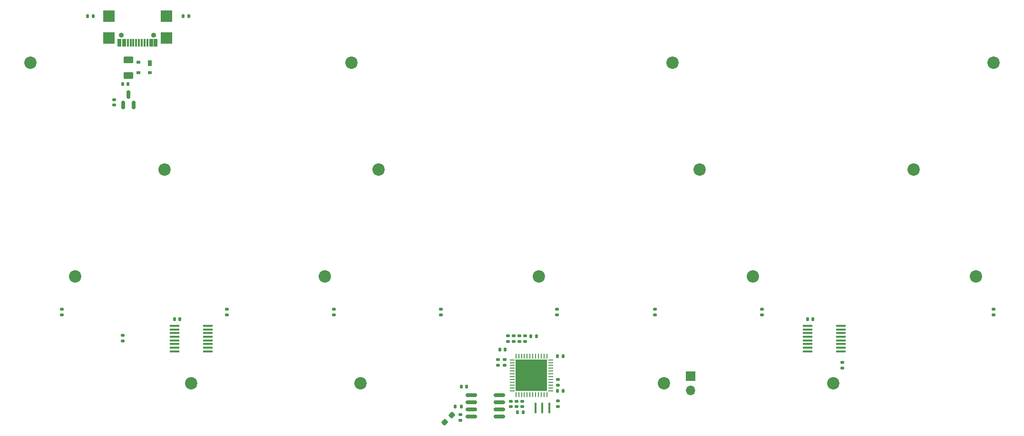
<source format=gbr>
%TF.GenerationSoftware,KiCad,Pcbnew,(7.0.0)*%
%TF.CreationDate,2023-02-16T23:07:07+01:00*%
%TF.ProjectId,travaulta simplified,74726176-6175-46c7-9461-2073696d706c,rev?*%
%TF.SameCoordinates,Original*%
%TF.FileFunction,Soldermask,Bot*%
%TF.FilePolarity,Negative*%
%FSLAX46Y46*%
G04 Gerber Fmt 4.6, Leading zero omitted, Abs format (unit mm)*
G04 Created by KiCad (PCBNEW (7.0.0)) date 2023-02-16 23:07:07*
%MOMM*%
%LPD*%
G01*
G04 APERTURE LIST*
G04 Aperture macros list*
%AMRoundRect*
0 Rectangle with rounded corners*
0 $1 Rounding radius*
0 $2 $3 $4 $5 $6 $7 $8 $9 X,Y pos of 4 corners*
0 Add a 4 corners polygon primitive as box body*
4,1,4,$2,$3,$4,$5,$6,$7,$8,$9,$2,$3,0*
0 Add four circle primitives for the rounded corners*
1,1,$1+$1,$2,$3*
1,1,$1+$1,$4,$5*
1,1,$1+$1,$6,$7*
1,1,$1+$1,$8,$9*
0 Add four rect primitives between the rounded corners*
20,1,$1+$1,$2,$3,$4,$5,0*
20,1,$1+$1,$4,$5,$6,$7,0*
20,1,$1+$1,$6,$7,$8,$9,0*
20,1,$1+$1,$8,$9,$2,$3,0*%
G04 Aperture macros list end*
%ADD10C,2.200000*%
%ADD11R,0.400000X1.900000*%
%ADD12RoundRect,0.140000X0.140000X0.170000X-0.140000X0.170000X-0.140000X-0.170000X0.140000X-0.170000X0*%
%ADD13RoundRect,0.140000X-0.140000X-0.170000X0.140000X-0.170000X0.140000X0.170000X-0.140000X0.170000X0*%
%ADD14RoundRect,0.140000X-0.170000X0.140000X-0.170000X-0.140000X0.170000X-0.140000X0.170000X0.140000X0*%
%ADD15RoundRect,0.150000X-0.825000X-0.150000X0.825000X-0.150000X0.825000X0.150000X-0.825000X0.150000X0*%
%ADD16RoundRect,0.135000X-0.185000X0.135000X-0.185000X-0.135000X0.185000X-0.135000X0.185000X0.135000X0*%
%ADD17RoundRect,0.135000X0.185000X-0.135000X0.185000X0.135000X-0.185000X0.135000X-0.185000X-0.135000X0*%
%ADD18RoundRect,0.135000X-0.135000X-0.185000X0.135000X-0.185000X0.135000X0.185000X-0.135000X0.185000X0*%
%ADD19R,1.778000X0.419100*%
%ADD20RoundRect,0.062500X0.062500X-0.375000X0.062500X0.375000X-0.062500X0.375000X-0.062500X-0.375000X0*%
%ADD21RoundRect,0.062500X0.375000X-0.062500X0.375000X0.062500X-0.375000X0.062500X-0.375000X-0.062500X0*%
%ADD22R,5.600000X5.600000*%
%ADD23RoundRect,0.140000X0.170000X-0.140000X0.170000X0.140000X-0.170000X0.140000X-0.170000X-0.140000X0*%
%ADD24RoundRect,0.135000X0.135000X0.185000X-0.135000X0.185000X-0.135000X-0.185000X0.135000X-0.185000X0*%
%ADD25RoundRect,0.250000X-0.625000X0.375000X-0.625000X-0.375000X0.625000X-0.375000X0.625000X0.375000X0*%
%ADD26R,0.700000X1.000000*%
%ADD27R,0.700000X0.600000*%
%ADD28R,1.700000X1.700000*%
%ADD29O,1.700000X1.700000*%
%ADD30RoundRect,0.150000X0.150000X-0.587500X0.150000X0.587500X-0.150000X0.587500X-0.150000X-0.587500X0*%
%ADD31RoundRect,0.237500X-0.008839X-0.344715X0.344715X0.008839X0.008839X0.344715X-0.344715X-0.008839X0*%
%ADD32C,0.900000*%
%ADD33RoundRect,0.050000X-0.300000X-0.650000X0.300000X-0.650000X0.300000X0.650000X-0.300000X0.650000X0*%
%ADD34RoundRect,0.050000X-0.150000X-0.650000X0.150000X-0.650000X0.150000X0.650000X-0.150000X0.650000X0*%
%ADD35RoundRect,0.050000X-1.000000X-1.000000X1.000000X-1.000000X1.000000X1.000000X-1.000000X1.000000X0*%
G04 APERTURE END LIST*
D10*
%TO.C,H2*%
X120650000Y-57150000D03*
%TD*%
%TO.C,H11*%
X153987500Y-95250000D03*
%TD*%
%TO.C,H1*%
X63500000Y-57150000D03*
%TD*%
%TO.C,H9*%
X71437500Y-95250000D03*
%TD*%
%TO.C,H13*%
X231775000Y-95250000D03*
%TD*%
%TO.C,H5*%
X87312500Y-76200000D03*
%TD*%
%TO.C,H10*%
X115887500Y-95250000D03*
%TD*%
%TO.C,H8*%
X220662500Y-76200000D03*
%TD*%
%TO.C,H15*%
X122237500Y-114300000D03*
%TD*%
%TO.C,H3*%
X177800000Y-57150000D03*
%TD*%
%TO.C,H17*%
X206375000Y-114300000D03*
%TD*%
%TO.C,H4*%
X234950000Y-57150000D03*
%TD*%
%TO.C,H6*%
X125412500Y-76200000D03*
%TD*%
%TO.C,H16*%
X176212500Y-114300000D03*
%TD*%
%TO.C,H12*%
X192087500Y-95250000D03*
%TD*%
%TO.C,H7*%
X182562500Y-76200000D03*
%TD*%
%TO.C,H14*%
X92075000Y-114300000D03*
%TD*%
D11*
%TO.C,Y1*%
X153415999Y-118744999D03*
X154615999Y-118744999D03*
X155815999Y-118744999D03*
%TD*%
D12*
%TO.C,C7*%
X147984000Y-108331000D03*
X147024000Y-108331000D03*
%TD*%
D13*
%TO.C,C12*%
X201831000Y-102870000D03*
X202791000Y-102870000D03*
%TD*%
D14*
%TO.C,C15*%
X149031000Y-117540000D03*
X149031000Y-118500000D03*
%TD*%
D15*
%TO.C,U5*%
X141985375Y-120269000D03*
X141985375Y-118999000D03*
X141985375Y-117729000D03*
X141985375Y-116459000D03*
X146935375Y-116459000D03*
X146935375Y-117729000D03*
X146935375Y-118999000D03*
X146935375Y-120269000D03*
%TD*%
D16*
%TO.C,R7*%
X146742000Y-110107000D03*
X146742000Y-111127000D03*
%TD*%
D17*
%TO.C,R11*%
X98425000Y-102110000D03*
X98425000Y-101090000D03*
%TD*%
D16*
%TO.C,R2*%
X151511000Y-105877000D03*
X151511000Y-106897000D03*
%TD*%
D13*
%TO.C,C9*%
X157311000Y-115663994D03*
X158271000Y-115663994D03*
%TD*%
D18*
%TO.C,R4*%
X152525000Y-105918000D03*
X153545000Y-105918000D03*
%TD*%
D17*
%TO.C,R12*%
X157162500Y-102110000D03*
X157162500Y-101090000D03*
%TD*%
%TO.C,R15*%
X69088000Y-102110000D03*
X69088000Y-101090000D03*
%TD*%
D14*
%TO.C,C11*%
X151063000Y-117540000D03*
X151063000Y-118500000D03*
%TD*%
D17*
%TO.C,R13*%
X79883000Y-106809000D03*
X79883000Y-105789000D03*
%TD*%
D13*
%TO.C,C8*%
X157311000Y-109474000D03*
X158271000Y-109474000D03*
%TD*%
D17*
%TO.C,R10*%
X174625000Y-102110000D03*
X174625000Y-101090000D03*
%TD*%
D19*
%TO.C,U3*%
X207761839Y-104089199D03*
X207761839Y-104739439D03*
X207761839Y-105389679D03*
X207761839Y-106039919D03*
X207761839Y-106685079D03*
X207761839Y-107335319D03*
X207761839Y-107985559D03*
X207761839Y-108635799D03*
X201813159Y-108635799D03*
X201813159Y-107985559D03*
X201813159Y-107335319D03*
X201813159Y-106685079D03*
X201813159Y-106039919D03*
X201813159Y-105389679D03*
X201813159Y-104739439D03*
X201813159Y-104089199D03*
%TD*%
D20*
%TO.C,U1*%
X155396000Y-116340500D03*
X154896000Y-116340500D03*
X154396000Y-116340500D03*
X153896000Y-116340500D03*
X153396000Y-116340500D03*
X152896000Y-116340500D03*
X152396000Y-116340500D03*
X151896000Y-116340500D03*
X151396000Y-116340500D03*
X150896000Y-116340500D03*
X150396000Y-116340500D03*
X149896000Y-116340500D03*
D21*
X149208500Y-115653000D03*
X149208500Y-115153000D03*
X149208500Y-114653000D03*
X149208500Y-114153000D03*
X149208500Y-113653000D03*
X149208500Y-113153000D03*
X149208500Y-112653000D03*
X149208500Y-112153000D03*
X149208500Y-111653000D03*
X149208500Y-111153000D03*
X149208500Y-110653000D03*
X149208500Y-110153000D03*
D20*
X149896000Y-109465500D03*
X150396000Y-109465500D03*
X150896000Y-109465500D03*
X151396000Y-109465500D03*
X151896000Y-109465500D03*
X152396000Y-109465500D03*
X152896000Y-109465500D03*
X153396000Y-109465500D03*
X153896000Y-109465500D03*
X154396000Y-109465500D03*
X154896000Y-109465500D03*
X155396000Y-109465500D03*
D21*
X156083500Y-110153000D03*
X156083500Y-110653000D03*
X156083500Y-111153000D03*
X156083500Y-111653000D03*
X156083500Y-112153000D03*
X156083500Y-112653000D03*
X156083500Y-113153000D03*
X156083500Y-113653000D03*
X156083500Y-114153000D03*
X156083500Y-114653000D03*
X156083500Y-115153000D03*
X156083500Y-115653000D03*
D22*
X152645999Y-112902999D03*
%TD*%
D17*
%TO.C,R1*%
X148463000Y-106897000D03*
X148463000Y-105877000D03*
%TD*%
%TO.C,R16*%
X234950000Y-102110000D03*
X234950000Y-101090000D03*
%TD*%
D12*
%TO.C,C14*%
X141130375Y-114935000D03*
X140170375Y-114935000D03*
%TD*%
D17*
%TO.C,R9*%
X149479000Y-106897000D03*
X149479000Y-105877000D03*
%TD*%
D13*
%TO.C,C13*%
X89107153Y-102878779D03*
X90067153Y-102878779D03*
%TD*%
D16*
%TO.C,R21*%
X140015375Y-119886000D03*
X140015375Y-120906000D03*
%TD*%
D23*
%TO.C,C5*%
X78359000Y-64742000D03*
X78359000Y-63782000D03*
%TD*%
D17*
%TO.C,R20*%
X193675000Y-102110000D03*
X193675000Y-101090000D03*
%TD*%
D24*
%TO.C,R23*%
X140144375Y-118491000D03*
X139124375Y-118491000D03*
%TD*%
D16*
%TO.C,R14*%
X207962500Y-110615000D03*
X207962500Y-111635000D03*
%TD*%
D18*
%TO.C,R6*%
X150169000Y-119507000D03*
X151189000Y-119507000D03*
%TD*%
D25*
%TO.C,F_USBC1*%
X80899000Y-56639000D03*
X80899000Y-59439000D03*
%TD*%
D26*
%TO.C,D1*%
X84692999Y-57288999D03*
D27*
X84692999Y-58988999D03*
X82692999Y-58988999D03*
X82692999Y-57088999D03*
%TD*%
D18*
%TO.C,R18*%
X73658000Y-48895000D03*
X74678000Y-48895000D03*
%TD*%
D16*
%TO.C,R3*%
X157410000Y-113663000D03*
X157410000Y-114683000D03*
%TD*%
%TO.C,R8*%
X150495000Y-105877000D03*
X150495000Y-106897000D03*
%TD*%
D23*
%TO.C,C1*%
X147885000Y-111097000D03*
X147885000Y-110137000D03*
%TD*%
D12*
%TO.C,C4*%
X80871000Y-60960000D03*
X79911000Y-60960000D03*
%TD*%
D19*
%TO.C,U4*%
X95049339Y-104089199D03*
X95049339Y-104739439D03*
X95049339Y-105389679D03*
X95049339Y-106039919D03*
X95049339Y-106685079D03*
X95049339Y-107335319D03*
X95049339Y-107985559D03*
X95049339Y-108635799D03*
X89100659Y-108635799D03*
X89100659Y-107985559D03*
X89100659Y-107335319D03*
X89100659Y-106685079D03*
X89100659Y-106039919D03*
X89100659Y-105389679D03*
X89100659Y-104739439D03*
X89100659Y-104089199D03*
%TD*%
D28*
%TO.C,SW38*%
X180974999Y-113024999D03*
D29*
X180974999Y-115564999D03*
%TD*%
D14*
%TO.C,C6*%
X157410000Y-117503000D03*
X157410000Y-118463000D03*
%TD*%
D30*
%TO.C,U2*%
X81849000Y-64691500D03*
X79949000Y-64691500D03*
X80899000Y-62816500D03*
%TD*%
D31*
%TO.C,JP1*%
X137211140Y-121295235D03*
X138501610Y-120004765D03*
%TD*%
D32*
%TO.C,USB1*%
X79660000Y-52264000D03*
X85440000Y-52264000D03*
D33*
X79350000Y-53624000D03*
X80150000Y-53624000D03*
D34*
X80800000Y-53624000D03*
X81300000Y-53624000D03*
X81800000Y-53624000D03*
X82300000Y-53624000D03*
X82800000Y-53624000D03*
X83300000Y-53624000D03*
X83800000Y-53624000D03*
X84300000Y-53624000D03*
D33*
X84950000Y-53624000D03*
X85750000Y-53624000D03*
D35*
X77430000Y-48864000D03*
X77430000Y-52764000D03*
X87670000Y-48864000D03*
X87670000Y-52764000D03*
%TD*%
D17*
%TO.C,R19*%
X136525000Y-102110000D03*
X136525000Y-101090000D03*
%TD*%
D18*
%TO.C,R24*%
X90676000Y-48895000D03*
X91696000Y-48895000D03*
%TD*%
D14*
%TO.C,C10*%
X150047000Y-117540000D03*
X150047000Y-118500000D03*
%TD*%
D17*
%TO.C,R17*%
X117475000Y-102110000D03*
X117475000Y-101090000D03*
%TD*%
M02*

</source>
